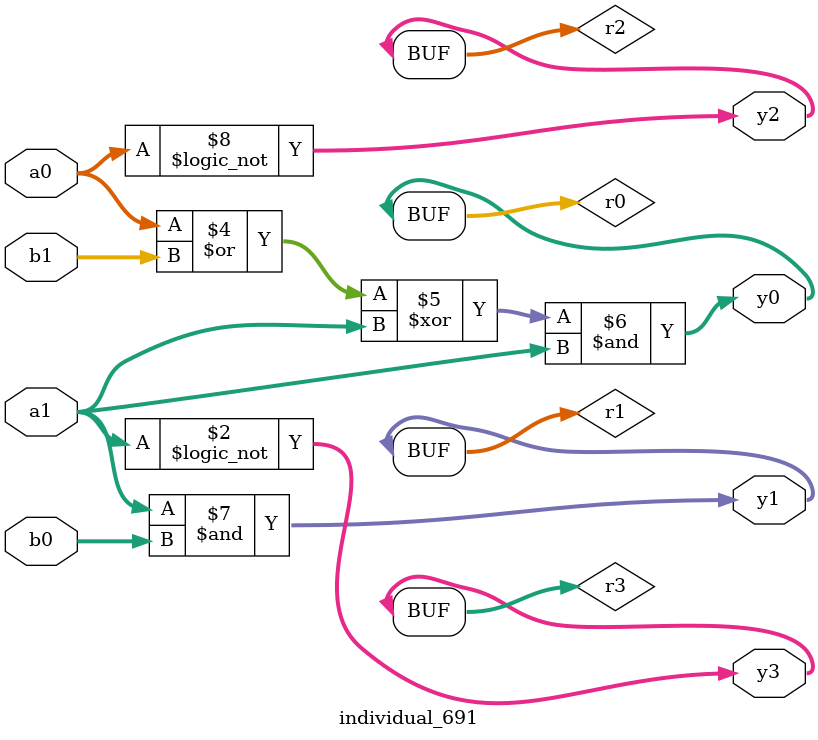
<source format=sv>
module individual_691(input logic [15:0] a1, input logic [15:0] a0, input logic [15:0] b1, input logic [15:0] b0, output logic [15:0] y3, output logic [15:0] y2, output logic [15:0] y1, output logic [15:0] y0);
logic [15:0] r0, r1, r2, r3; 
 always@(*) begin 
	 r0 = a0; r1 = a1; r2 = b0; r3 = b1; 
 	 r3 = ! a1 ;
 	 r2  ^=  a1 ;
 	 r0  |=  b1 ;
 	 r0  ^=  r1 ;
 	 r0  &=  r1 ;
 	 r1  &=  b0 ;
 	 r2 = ! a0 ;
 	 y3 = r3; y2 = r2; y1 = r1; y0 = r0; 
end
endmodule
</source>
